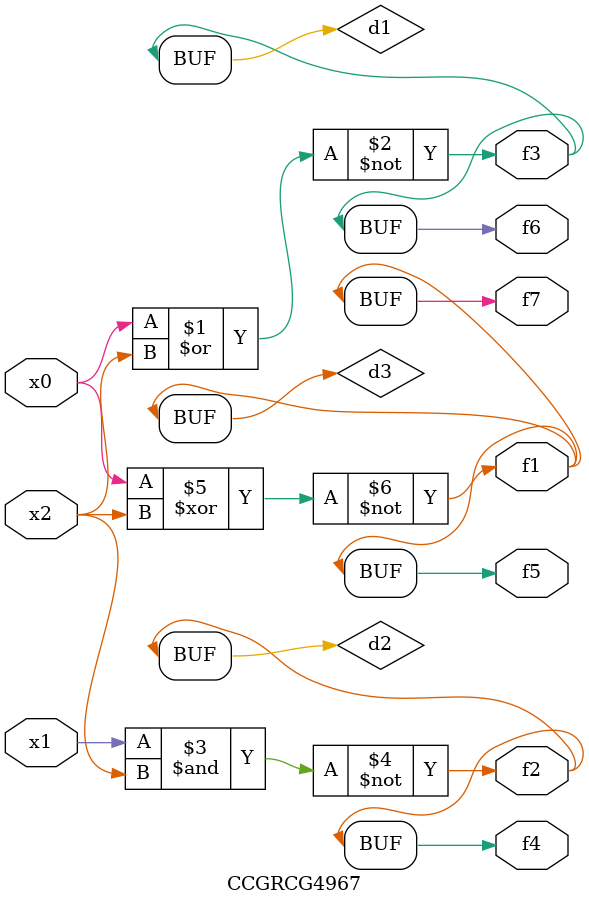
<source format=v>
module CCGRCG4967(
	input x0, x1, x2,
	output f1, f2, f3, f4, f5, f6, f7
);

	wire d1, d2, d3;

	nor (d1, x0, x2);
	nand (d2, x1, x2);
	xnor (d3, x0, x2);
	assign f1 = d3;
	assign f2 = d2;
	assign f3 = d1;
	assign f4 = d2;
	assign f5 = d3;
	assign f6 = d1;
	assign f7 = d3;
endmodule

</source>
